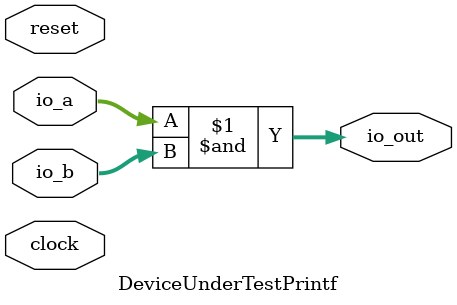
<source format=v>
module DeviceUnderTestPrintf(
  input        clock,
  input        reset,
  input  [1:0] io_a,
  input  [1:0] io_b,
  output [1:0] io_out
);
  assign io_out = io_a & io_b; // @[DeviceUnderTestPrintf.scala 21:16]
  always @(posedge clock) begin
    `ifndef SYNTHESIS
    `ifdef PRINTF_COND
      if (`PRINTF_COND) begin
    `endif
        if (~reset) begin
          $fwrite(32'h80000002,"dut: %d %d %d\n",io_a,io_b,io_out); // @[DeviceUnderTestPrintf.scala 22:8]
        end
    `ifdef PRINTF_COND
      end
    `endif
    `endif // SYNTHESIS
  end
endmodule

</source>
